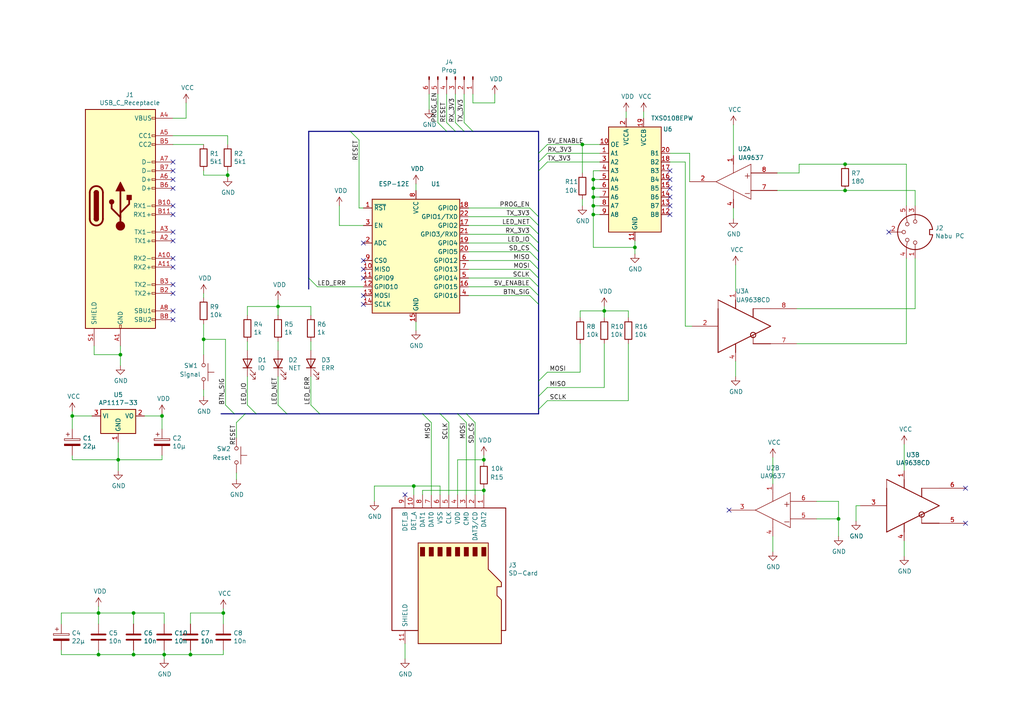
<source format=kicad_sch>
(kicad_sch (version 20230121) (generator eeschema)
  (paper "A4")
  (title_block (title "NABU Modem Drop In") (date "2023-05-05") (rev "1") (company "Atkelar"))
  (lib_symbols
    (symbol "Connector:DIN-5_180degree" (pin_names (offset 1.016))
      (property "Reference" "J" (at 3.175 5.715 0))
      (property "Value" "DIN-5_180degree" (at 0 -6.35 0))
      (symbol "DIN-5_180degree_1_1"
        (pin passive line (at -7.62 0 0) (length 2.54) (name "~") (number "1"))
        (pin passive line (at 0 7.62 270) (length 2.54) (name "~") (number "2"))
        (pin passive line (at 7.62 0 180) (length 2.54) (name "~") (number "3"))
        (pin passive line (at -7.62 2.54 0) (length 2.54) (name "~") (number "4"))
        (pin passive line (at 7.62 2.54 180) (length 2.54) (name "~") (number "5"))
      )
    )
    (symbol "Device:C" (pin_numbers hide) (pin_names (offset 0.254))
      (property "Reference" "C" (at 0.635 2.54 0))
      (property "Value" "C" (at 0.635 -2.54 0))
      (symbol "C_1_1"
        (pin passive line (at 0 3.81 270) (length 2.794) (name "~") (number "1"))
        (pin passive line (at 0 -3.81 90) (length 2.794) (name "~") (number "2"))
      )
    )
    (symbol "Device:LED" (pin_numbers hide) (pin_names (offset 1.016) hide)
      (property "Reference" "D" (at 0 2.54 0))
      (property "Value" "LED" (at 0 -2.54 0))
      (symbol "LED_1_1"
        (pin passive line (at -3.81 0 0) (length 2.54) (name "K") (number "1"))
        (pin passive line (at 3.81 0 180) (length 2.54) (name "A") (number "2"))
      )
    )
    (symbol "Device:R" (pin_numbers hide) (pin_names (offset 0))
      (property "Reference" "R" (at 2.032 0 90))
      (property "Value" "R" (at 0 0 90))
      (symbol "R_1_1"
        (pin passive line (at 0 3.81 270) (length 1.27) (name "~") (number "1"))
        (pin passive line (at 0 -3.81 90) (length 1.27) (name "~") (number "2"))
      )
    )
    (symbol "Interface_LineDriver:UA9637" (pin_names (offset 1.016) hide)
      (property "Reference" "U" (at -5.08 7.62 0))
      (property "Value" "UA9637" (at 5.08 5.08 0))
      (symbol "UA9637_0_1"
        (text "+" (at -4.064 1.8034 0) (effects (font (size 1.778 1.778))))
        (text "-" (at -4.064 -3.2766 0) (effects (font (size 1.778 1.778))))
      )
      (symbol "UA9637_1_1"
        (pin power_in line (at 0 7.62 270) (length 2.54) (name "VCC") (number "1"))
        (pin output line (at 12.7 0 180) (length 7.62) (name "OUT") (number "2"))
        (pin power_in line (at 0 -7.62 90) (length 2.54) (name "GND") (number "4"))
        (pin input line (at -12.7 -2.54 0) (length 7.62) (name "IN-") (number "7"))
        (pin input line (at -12.7 2.54 0) (length 7.62) (name "IN+") (number "8"))
      )
      (symbol "UA9637_2_1"
        (pin power_in line (at 0 7.62 270) (length 2.54) (name "VCC") (number "1"))
        (pin output line (at 12.7 0 180) (length 7.62) (name "OUT") (number "3"))
        (pin power_in line (at 0 -7.62 90) (length 2.54) (name "GND") (number "4"))
        (pin input line (at -12.7 -2.54 0) (length 7.62) (name "IN-") (number "5"))
        (pin input line (at -12.7 2.54 0) (length 7.62) (name "IN+") (number "6"))
      )
    )
    (symbol "Interface_LineDriver:UA9638CD" (pin_names (offset 1.016) hide)
      (property "Reference" "U" (at -7.62 10.16 0))
      (property "Value" "UA9638CD" (at 5.08 7.62 0))
      (symbol "UA9638CD_1_1"
        (pin power_in line (at -2.54 10.16 270) (length 2.54) (name "VCC") (number "1"))
        (pin input line (at -15.24 0 0) (length 7.62) (name "IN") (number "2"))
        (pin power_in line (at -2.54 -10.16 90) (length 2.54) (name "GND") (number "4"))
        (pin output line (at 15.24 -5.08 180) (length 7.62) (name "OUTA") (number "7"))
        (pin output line (at 15.24 5.08 180) (length 7.62) (name "OUTB") (number "8"))
      )
      (symbol "UA9638CD_2_1"
        (pin power_in line (at -2.54 10.16 270) (length 2.54) (name "VCC") (number "1"))
        (pin input line (at -15.24 0 0) (length 7.62) (name "IN") (number "3"))
        (pin power_in line (at -2.54 -10.16 90) (length 2.54) (name "GND") (number "4"))
        (pin output line (at 15.24 -5.08 180) (length 7.62) (name "OUTA") (number "5"))
        (pin output line (at 15.24 5.08 180) (length 7.62) (name "OUTB") (number "6"))
      )
    )
    (symbol "Logic_LevelTranslator:TXS0108EPW"
      (property "Reference" "U" (at -6.35 16.51 0))
      (property "Value" "TXS0108EPW" (at 3.81 16.51 0))
      (symbol "TXS0108EPW_1_1"
        (pin bidirectional line (at -10.16 7.62 0) (length 2.54) (name "A1") (number "1"))
        (pin input line (at -10.16 10.16 0) (length 2.54) (name "OE") (number "10"))
        (pin power_in line (at 0 -17.78 90) (length 2.54) (name "GND") (number "11"))
        (pin bidirectional line (at 10.16 -10.16 180) (length 2.54) (name "B8") (number "12"))
        (pin bidirectional line (at 10.16 -7.62 180) (length 2.54) (name "B7") (number "13"))
        (pin bidirectional line (at 10.16 -5.08 180) (length 2.54) (name "B6") (number "14"))
        (pin bidirectional line (at 10.16 -2.54 180) (length 2.54) (name "B5") (number "15"))
        (pin bidirectional line (at 10.16 0 180) (length 2.54) (name "B4") (number "16"))
        (pin bidirectional line (at 10.16 2.54 180) (length 2.54) (name "B3") (number "17"))
        (pin bidirectional line (at 10.16 5.08 180) (length 2.54) (name "B2") (number "18"))
        (pin power_in line (at 2.54 17.78 270) (length 2.54) (name "VCCB") (number "19"))
        (pin power_in line (at -2.54 17.78 270) (length 2.54) (name "VCCA") (number "2"))
        (pin bidirectional line (at 10.16 7.62 180) (length 2.54) (name "B1") (number "20"))
        (pin bidirectional line (at -10.16 5.08 0) (length 2.54) (name "A2") (number "3"))
        (pin bidirectional line (at -10.16 2.54 0) (length 2.54) (name "A3") (number "4"))
        (pin bidirectional line (at -10.16 0 0) (length 2.54) (name "A4") (number "5"))
        (pin bidirectional line (at -10.16 -2.54 0) (length 2.54) (name "A5") (number "6"))
        (pin bidirectional line (at -10.16 -5.08 0) (length 2.54) (name "A6") (number "7"))
        (pin bidirectional line (at -10.16 -7.62 0) (length 2.54) (name "A7") (number "8"))
        (pin bidirectional line (at -10.16 -10.16 0) (length 2.54) (name "A8") (number "9"))
      )
    )
    (symbol "Nabu_Modem-rescue:CP-Device" (pin_numbers hide) (pin_names (offset 0.254))
      (property "Reference" "C" (at 0.635 2.54 0))
      (property "Value" "Device_CP" (at 0.635 -2.54 0))
      (symbol "CP-Device_1_1"
        (pin passive line (at 0 3.81 270) (length 2.794) (name "~") (number "1"))
        (pin passive line (at 0 -3.81 90) (length 2.794) (name "~") (number "2"))
      )
    )
    (symbol "Nabu_Modem-rescue:Conn_01x06_Male-Connector" (pin_names (offset 1.016) hide)
      (property "Reference" "J" (at 0 7.62 0))
      (property "Value" "Connector_Conn_01x06_Male" (at 0 -10.16 0))
      (symbol "Conn_01x06_Male-Connector_1_1"
        (pin passive line (at 5.08 5.08 180) (length 3.81) (name "Pin_1") (number "1"))
        (pin passive line (at 5.08 2.54 180) (length 3.81) (name "Pin_2") (number "2"))
        (pin passive line (at 5.08 0 180) (length 3.81) (name "Pin_3") (number "3"))
        (pin passive line (at 5.08 -2.54 180) (length 3.81) (name "Pin_4") (number "4"))
        (pin passive line (at 5.08 -5.08 180) (length 3.81) (name "Pin_5") (number "5"))
        (pin passive line (at 5.08 -7.62 180) (length 3.81) (name "Pin_6") (number "6"))
      )
    )
    (symbol "Nabu_Modem-rescue:Micro_SD_Card_Det-Connector" (pin_names (offset 1.016))
      (property "Reference" "J" (at -16.51 17.78 0))
      (property "Value" "Connector_Micro_SD_Card_Det" (at 16.51 17.78 0))
      (symbol "Micro_SD_Card_Det-Connector_1_1"
        (pin bidirectional line (at -22.86 10.16 0) (length 3.81) (name "DAT2") (number "1"))
        (pin passive line (at -22.86 -10.16 0) (length 3.81) (name "DET_A") (number "10"))
        (pin passive line (at 20.32 -12.7 180) (length 3.81) (name "SHIELD") (number "11"))
        (pin bidirectional line (at -22.86 7.62 0) (length 3.81) (name "DAT3/CD") (number "2"))
        (pin input line (at -22.86 5.08 0) (length 3.81) (name "CMD") (number "3"))
        (pin power_in line (at -22.86 2.54 0) (length 3.81) (name "VDD") (number "4"))
        (pin input line (at -22.86 0 0) (length 3.81) (name "CLK") (number "5"))
        (pin power_in line (at -22.86 -2.54 0) (length 3.81) (name "VSS") (number "6"))
        (pin bidirectional line (at -22.86 -5.08 0) (length 3.81) (name "DAT0") (number "7"))
        (pin bidirectional line (at -22.86 -7.62 0) (length 3.81) (name "DAT1") (number "8"))
        (pin passive line (at -22.86 -12.7 0) (length 3.81) (name "DET_B") (number "9"))
      )
    )
    (symbol "Nabu_Modem-rescue:USB_C_Receptacle-Connector" (pin_names (offset 1.016))
      (property "Reference" "J" (at -10.16 29.21 0))
      (property "Value" "Connector_USB_C_Receptacle" (at 10.16 29.21 0))
      (symbol "USB_C_Receptacle-Connector_1_1"
        (pin power_in line (at 0 -40.64 90) (length 5.08) (name "GND") (number "A1"))
        (pin bidirectional line (at 15.24 -15.24 180) (length 5.08) (name "RX2-") (number "A10"))
        (pin bidirectional line (at 15.24 -17.78 180) (length 5.08) (name "RX2+") (number "A11"))
        (pin passive line (at 0 -40.64 90) (length 5.08) hide (name "GND") (number "A12"))
        (pin bidirectional line (at 15.24 -10.16 180) (length 5.08) (name "TX1+") (number "A2"))
        (pin bidirectional line (at 15.24 -7.62 180) (length 5.08) (name "TX1-") (number "A3"))
        (pin power_in line (at 15.24 25.4 180) (length 5.08) (name "VBUS") (number "A4"))
        (pin bidirectional line (at 15.24 20.32 180) (length 5.08) (name "CC1") (number "A5"))
        (pin bidirectional line (at 15.24 7.62 180) (length 5.08) (name "D+") (number "A6"))
        (pin bidirectional line (at 15.24 12.7 180) (length 5.08) (name "D-") (number "A7"))
        (pin bidirectional line (at 15.24 -30.48 180) (length 5.08) (name "SBU1") (number "A8"))
        (pin passive line (at 15.24 25.4 180) (length 5.08) hide (name "VBUS") (number "A9"))
        (pin passive line (at 0 -40.64 90) (length 5.08) hide (name "GND") (number "B1"))
        (pin bidirectional line (at 15.24 0 180) (length 5.08) (name "RX1-") (number "B10"))
        (pin bidirectional line (at 15.24 -2.54 180) (length 5.08) (name "RX1+") (number "B11"))
        (pin passive line (at 0 -40.64 90) (length 5.08) hide (name "GND") (number "B12"))
        (pin bidirectional line (at 15.24 -25.4 180) (length 5.08) (name "TX2+") (number "B2"))
        (pin bidirectional line (at 15.24 -22.86 180) (length 5.08) (name "TX2-") (number "B3"))
        (pin passive line (at 15.24 25.4 180) (length 5.08) hide (name "VBUS") (number "B4"))
        (pin bidirectional line (at 15.24 17.78 180) (length 5.08) (name "CC2") (number "B5"))
        (pin bidirectional line (at 15.24 5.08 180) (length 5.08) (name "D+") (number "B6"))
        (pin bidirectional line (at 15.24 10.16 180) (length 5.08) (name "D-") (number "B7"))
        (pin bidirectional line (at 15.24 -33.02 180) (length 5.08) (name "SBU2") (number "B8"))
        (pin passive line (at 15.24 25.4 180) (length 5.08) hide (name "VBUS") (number "B9"))
        (pin passive line (at -7.62 -40.64 90) (length 5.08) (name "SHIELD") (number "S1"))
      )
    )
    (symbol "RF_Module:ESP-12E"
      (property "Reference" "U" (at -12.7 19.05 0))
      (property "Value" "ESP-12E" (at 12.7 19.05 0))
      (symbol "ESP-12E_1_1"
        (pin input line (at -15.24 15.24 0) (length 2.54) (name "~{RST}") (number "1"))
        (pin bidirectional line (at -15.24 -2.54 0) (length 2.54) (name "MISO") (number "10"))
        (pin bidirectional line (at -15.24 -5.08 0) (length 2.54) (name "GPIO9") (number "11"))
        (pin bidirectional line (at -15.24 -7.62 0) (length 2.54) (name "GPIO10") (number "12"))
        (pin bidirectional line (at -15.24 -10.16 0) (length 2.54) (name "MOSI") (number "13"))
        (pin bidirectional line (at -15.24 -12.7 0) (length 2.54) (name "SCLK") (number "14"))
        (pin power_in line (at 0 -17.78 90) (length 2.54) (name "GND") (number "15"))
        (pin bidirectional line (at 15.24 -7.62 180) (length 2.54) (name "GPIO15") (number "16"))
        (pin bidirectional line (at 15.24 10.16 180) (length 2.54) (name "GPIO2") (number "17"))
        (pin bidirectional line (at 15.24 15.24 180) (length 2.54) (name "GPIO0") (number "18"))
        (pin bidirectional line (at 15.24 5.08 180) (length 2.54) (name "GPIO4") (number "19"))
        (pin input line (at -15.24 5.08 0) (length 2.54) (name "ADC") (number "2"))
        (pin bidirectional line (at 15.24 2.54 180) (length 2.54) (name "GPIO5") (number "20"))
        (pin bidirectional line (at 15.24 7.62 180) (length 2.54) (name "GPIO3/RXD") (number "21"))
        (pin bidirectional line (at 15.24 12.7 180) (length 2.54) (name "GPIO1/TXD") (number "22"))
        (pin input line (at -15.24 10.16 0) (length 2.54) (name "EN") (number "3"))
        (pin bidirectional line (at 15.24 -10.16 180) (length 2.54) (name "GPIO16") (number "4"))
        (pin bidirectional line (at 15.24 -5.08 180) (length 2.54) (name "GPIO14") (number "5"))
        (pin bidirectional line (at 15.24 0 180) (length 2.54) (name "GPIO12") (number "6"))
        (pin bidirectional line (at 15.24 -2.54 180) (length 2.54) (name "GPIO13") (number "7"))
        (pin power_in line (at 0 20.32 270) (length 2.54) (name "VCC") (number "8"))
        (pin input line (at -15.24 0 0) (length 2.54) (name "CS0") (number "9"))
      )
    )
    (symbol "Regulator_Linear:AP1117-33"
      (property "Reference" "U" (at -3.81 3.175 0))
      (property "Value" "AP1117-33" (at 0 3.175 0))
      (symbol "AP1117-33_1_1"
        (pin power_in line (at 0 -7.62 90) (length 2.54) (name "GND") (number "1"))
        (pin power_out line (at 7.62 0 180) (length 2.54) (name "VO") (number "2"))
        (pin power_in line (at -7.62 0 0) (length 2.54) (name "VI") (number "3"))
      )
    )
    (symbol "Switch:SW_Push" (pin_numbers hide) (pin_names (offset 1.016) hide)
      (property "Reference" "SW" (at 1.27 2.54 0))
      (property "Value" "SW_Push" (at 0 -1.524 0))
      (symbol "SW_Push_0_1"
        (pin passive line (at -5.08 0 0) (length 2.54) (name "1") (number "1"))
        (pin passive line (at 5.08 0 180) (length 2.54) (name "2") (number "2"))
      )
    )
    (symbol "power:GND" (power) (pin_names (offset 0))
      (property "Value" "GND" (at 0 -3.81 0))
      (symbol "GND_1_1"
        (pin power_in line (at 0 0 270) (length 0) hide (name "GND") (number "1"))
      )
    )
    (symbol "power:VCC" (power) (pin_names (offset 0))
      (property "Value" "VCC" (at 0 3.81 0))
      (symbol "VCC_1_1"
        (pin power_in line (at 0 0 90) (length 0) hide (name "VCC") (number "1"))
      )
    )
    (symbol "power:VDD" (power) (pin_names (offset 0))
      (property "Value" "VDD" (at 0 3.81 0))
      (symbol "VDD_1_1"
        (pin power_in line (at 0 0 90) (length 0) hide (name "VDD") (number "1"))
      )
    )
  )
  (junction (at 172.085 59.69))
  (junction (at 46.99 120.65))
  (junction (at 168.91 41.91))
  (junction (at 38.735 189.865))
  (junction (at 140.335 142.24))
  (junction (at 59.055 98.425))
  (junction (at 80.645 88.9))
  (junction (at 175.26 90.17))
  (junction (at 184.15 71.755))
  (junction (at 245.11 47.625))
  (junction (at 243.205 150.495))
  (junction (at 66.04 50.8))
  (junction (at 140.335 133.35))
  (junction (at 28.575 189.865))
  (junction (at 28.575 177.8))
  (junction (at 245.11 55.245))
  (junction (at 172.085 62.23))
  (junction (at 120.015 140.97))
  (junction (at 38.735 177.8))
  (junction (at 34.925 102.87))
  (junction (at 20.955 120.65))
  (junction (at 172.085 57.15))
  (junction (at 47.625 189.865))
  (junction (at 64.77 177.8))
  (junction (at 172.085 54.61))
  (junction (at 172.085 52.07))
  (junction (at 55.245 189.865))
  (junction (at 34.29 133.35))
  (no_connect (at 50.165 85.09))
  (no_connect (at 50.165 67.31))
  (no_connect (at 105.41 78.105))
  (no_connect (at 117.475 143.51))
  (no_connect (at 105.41 88.265))
  (no_connect (at 50.165 52.07))
  (no_connect (at 50.165 82.55))
  (no_connect (at 280.035 141.605))
  (no_connect (at 105.41 85.725))
  (no_connect (at 50.165 46.99))
  (no_connect (at 105.41 70.485))
  (no_connect (at 50.165 90.17))
  (no_connect (at 50.165 92.71))
  (no_connect (at 50.165 59.69))
  (no_connect (at 105.41 80.645))
  (no_connect (at 50.165 74.93))
  (no_connect (at 194.31 62.23))
  (no_connect (at 194.31 57.15))
  (no_connect (at 257.81 67.31))
  (no_connect (at 194.31 49.53))
  (no_connect (at 50.165 54.61))
  (no_connect (at 194.31 59.69))
  (no_connect (at 50.165 49.53))
  (no_connect (at 50.165 69.85))
  (no_connect (at 50.165 77.47))
  (no_connect (at 211.455 147.955))
  (no_connect (at 194.31 52.07))
  (no_connect (at 194.31 54.61))
  (no_connect (at 280.035 151.765))
  (no_connect (at 50.165 62.23))
  (no_connect (at 105.41 75.565))
  (bus_entry (at 127 35.56) (size 2.54 2.54))
  (bus_entry (at 80.645 117.475) (size 2.54 2.54))
  (bus_entry (at 89.535 80.645) (size 2.54 2.54))
  (bus_entry (at 68.58 122.555) (size 2.54 -2.54))
  (bus_entry (at 153.67 60.325) (size 2.54 2.54))
  (bus_entry (at 135.255 120.015) (size 2.54 2.54))
  (bus_entry (at 156.21 110.49) (size 2.54 -2.54))
  (bus_entry (at 129.54 35.56) (size 2.54 2.54))
  (bus_entry (at 156.21 49.53) (size 2.54 -2.54))
  (bus_entry (at 127.635 120.015) (size 2.54 2.54))
  (bus_entry (at 153.67 75.565) (size 2.54 2.54))
  (bus_entry (at 156.21 114.935) (size 2.54 -2.54))
  (bus_entry (at 122.555 120.015) (size 2.54 2.54))
  (bus_entry (at 132.08 35.56) (size 2.54 2.54))
  (bus_entry (at 156.21 44.45) (size 2.54 -2.54))
  (bus_entry (at 153.67 67.945) (size 2.54 2.54))
  (bus_entry (at 153.67 78.105) (size 2.54 2.54))
  (bus_entry (at 153.67 85.725) (size 2.54 2.54))
  (bus_entry (at 153.67 73.025) (size 2.54 2.54))
  (bus_entry (at 71.755 117.475) (size 2.54 2.54))
  (bus_entry (at 134.62 35.56) (size 2.54 2.54))
  (bus_entry (at 156.21 118.745) (size 2.54 -2.54))
  (bus_entry (at 156.21 46.99) (size 2.54 -2.54))
  (bus_entry (at 153.67 70.485) (size 2.54 2.54))
  (bus_entry (at 153.67 62.865) (size 2.54 2.54))
  (bus_entry (at 153.67 80.645) (size 2.54 2.54))
  (bus_entry (at 90.17 117.475) (size 2.54 2.54))
  (bus_entry (at 65.405 117.475) (size 2.54 2.54))
  (bus_entry (at 101.6 38.1) (size 2.54 2.54))
  (bus_entry (at 153.67 65.405) (size 2.54 2.54))
  (bus_entry (at 132.715 120.015) (size 2.54 2.54))
  (bus_entry (at 153.67 83.185) (size 2.54 2.54))
  (wire (pts (xy 59.055 86.36) (xy 59.055 85.09)))
  (wire (pts (xy 132.08 27.305) (xy 132.08 35.56)))
  (wire (pts (xy 28.575 175.895) (xy 28.575 177.8)))
  (wire (pts (xy 175.26 90.17) (xy 182.245 90.17)))
  (bus (pts (xy 156.21 88.265) (xy 156.21 110.49)))
  (wire (pts (xy 265.43 55.245) (xy 265.43 59.69)))
  (bus (pts (xy 134.62 38.1) (xy 137.16 38.1)))
  (bus (pts (xy 67.945 120.015) (xy 71.12 120.015)))
  (wire (pts (xy 243.205 150.495) (xy 243.205 145.415)))
  (wire (pts (xy 59.055 98.425) (xy 59.055 102.87)))
  (wire (pts (xy 55.245 180.975) (xy 55.245 177.8)))
  (bus (pts (xy 156.21 65.405) (xy 156.21 67.945)))
  (wire (pts (xy 66.04 51.435) (xy 66.04 50.8)))
  (bus (pts (xy 83.185 120.015) (xy 92.71 120.015)))
  (wire (pts (xy 127 27.305) (xy 127 35.56)))
  (wire (pts (xy 175.26 90.17) (xy 175.26 88.9)))
  (bus (pts (xy 101.6 38.1) (xy 129.54 38.1)))
  (wire (pts (xy 34.29 133.35) (xy 20.955 133.35)))
  (wire (pts (xy 80.645 99.06) (xy 80.645 101.6)))
  (wire (pts (xy 46.99 132.08) (xy 46.99 133.35)))
  (bus (pts (xy 71.12 120.015) (xy 74.295 120.015)))
  (wire (pts (xy 134.62 35.56) (xy 134.62 27.305)))
  (bus (pts (xy 156.21 78.105) (xy 156.21 80.645)))
  (wire (pts (xy 213.36 104.775) (xy 213.36 109.22)))
  (wire (pts (xy 135.89 75.565) (xy 153.67 75.565)))
  (wire (pts (xy 236.855 150.495) (xy 243.205 150.495)))
  (wire (pts (xy 47.625 180.975) (xy 47.625 177.8)))
  (bus (pts (xy 156.21 75.565) (xy 156.21 78.105)))
  (wire (pts (xy 172.085 52.07) (xy 172.085 54.61)))
  (wire (pts (xy 181.61 32.385) (xy 181.61 34.29)))
  (wire (pts (xy 53.975 29.845) (xy 53.975 34.29)))
  (bus (pts (xy 127.635 120.015) (xy 132.715 120.015)))
  (wire (pts (xy 27.305 100.33) (xy 27.305 102.87)))
  (wire (pts (xy 80.645 88.9) (xy 80.645 91.44)))
  (wire (pts (xy 173.99 57.15) (xy 172.085 57.15)))
  (wire (pts (xy 135.89 73.025) (xy 153.67 73.025)))
  (wire (pts (xy 124.46 27.305) (xy 124.46 31.75)))
  (wire (pts (xy 68.58 122.555) (xy 68.58 127)))
  (wire (pts (xy 120.015 140.97) (xy 108.585 140.97)))
  (wire (pts (xy 55.245 189.865) (xy 64.77 189.865)))
  (wire (pts (xy 98.425 59.69) (xy 98.425 65.405)))
  (wire (pts (xy 64.77 176.53) (xy 64.77 177.8)))
  (wire (pts (xy 59.055 49.53) (xy 59.055 50.8)))
  (bus (pts (xy 156.21 62.865) (xy 156.21 65.405)))
  (wire (pts (xy 129.54 27.305) (xy 129.54 35.56)))
  (wire (pts (xy 28.575 189.865) (xy 38.735 189.865)))
  (wire (pts (xy 66.04 39.37) (xy 66.04 41.91)))
  (wire (pts (xy 243.205 145.415) (xy 236.855 145.415)))
  (wire (pts (xy 224.155 132.715) (xy 224.155 140.335)))
  (wire (pts (xy 108.585 140.97) (xy 108.585 145.415)))
  (wire (pts (xy 17.78 189.865) (xy 28.575 189.865)))
  (wire (pts (xy 168.91 57.785) (xy 168.91 59.69)))
  (wire (pts (xy 90.17 99.06) (xy 90.17 101.6)))
  (wire (pts (xy 46.99 133.35) (xy 34.29 133.35)))
  (wire (pts (xy 47.625 191.135) (xy 47.625 189.865)))
  (bus (pts (xy 129.54 38.1) (xy 132.08 38.1)))
  (wire (pts (xy 71.755 109.22) (xy 71.755 117.475)))
  (wire (pts (xy 248.285 146.685) (xy 249.555 146.685)))
  (bus (pts (xy 156.21 49.53) (xy 156.21 62.865)))
  (wire (pts (xy 125.095 122.555) (xy 125.095 143.51)))
  (wire (pts (xy 27.305 102.87) (xy 34.925 102.87)))
  (bus (pts (xy 89.535 38.1) (xy 101.6 38.1)))
  (wire (pts (xy 245.11 55.245) (xy 225.425 55.245)))
  (bus (pts (xy 156.21 110.49) (xy 156.21 114.935)))
  (wire (pts (xy 80.645 88.9) (xy 71.755 88.9)))
  (wire (pts (xy 127.635 140.97) (xy 127.635 143.51)))
  (wire (pts (xy 175.26 90.17) (xy 175.26 92.075)))
  (wire (pts (xy 158.75 107.95) (xy 168.275 107.95)))
  (wire (pts (xy 198.755 94.615) (xy 198.755 46.99)))
  (wire (pts (xy 104.14 40.64) (xy 104.14 60.325)))
  (wire (pts (xy 90.17 88.9) (xy 80.645 88.9)))
  (wire (pts (xy 245.11 47.625) (xy 262.89 47.625)))
  (wire (pts (xy 105.41 83.185) (xy 92.075 83.185)))
  (wire (pts (xy 59.055 93.98) (xy 59.055 98.425)))
  (wire (pts (xy 172.085 62.23) (xy 172.085 71.755)))
  (wire (pts (xy 231.14 89.535) (xy 265.43 89.535)))
  (wire (pts (xy 20.955 119.38) (xy 20.955 120.65)))
  (wire (pts (xy 80.645 86.995) (xy 80.645 88.9)))
  (wire (pts (xy 64.77 188.595) (xy 64.77 189.865)))
  (wire (pts (xy 212.725 60.325) (xy 212.725 63.5)))
  (bus (pts (xy 74.295 120.015) (xy 83.185 120.015)))
  (bus (pts (xy 89.535 38.1) (xy 89.535 80.645)))
  (wire (pts (xy 158.75 44.45) (xy 173.99 44.45)))
  (bus (pts (xy 92.71 120.015) (xy 122.555 120.015)))
  (wire (pts (xy 172.085 49.53) (xy 172.085 52.07)))
  (wire (pts (xy 17.78 188.595) (xy 17.78 189.865)))
  (wire (pts (xy 172.085 71.755) (xy 184.15 71.755)))
  (wire (pts (xy 38.735 177.8) (xy 38.735 180.975)))
  (wire (pts (xy 28.575 188.595) (xy 28.575 189.865)))
  (wire (pts (xy 71.755 99.06) (xy 71.755 101.6)))
  (wire (pts (xy 135.89 62.865) (xy 153.67 62.865)))
  (wire (pts (xy 262.255 128.905) (xy 262.255 136.525)))
  (wire (pts (xy 231.775 47.625) (xy 245.11 47.625)))
  (wire (pts (xy 120.015 143.51) (xy 120.015 140.97)))
  (wire (pts (xy 38.735 189.865) (xy 47.625 189.865)))
  (wire (pts (xy 90.17 91.44) (xy 90.17 88.9)))
  (wire (pts (xy 265.43 89.535) (xy 265.43 74.93)))
  (wire (pts (xy 168.91 41.91) (xy 173.99 41.91)))
  (wire (pts (xy 38.735 188.595) (xy 38.735 189.865)))
  (wire (pts (xy 213.36 76.835) (xy 213.36 84.455)))
  (wire (pts (xy 28.575 177.8) (xy 38.735 177.8)))
  (wire (pts (xy 143.51 29.845) (xy 143.51 27.305)))
  (wire (pts (xy 135.89 65.405) (xy 153.67 65.405)))
  (wire (pts (xy 225.425 50.165) (xy 231.775 50.165)))
  (wire (pts (xy 46.99 120.015) (xy 46.99 120.65)))
  (wire (pts (xy 194.31 44.45) (xy 200.025 44.45)))
  (bus (pts (xy 64.135 120.015) (xy 67.945 120.015)))
  (wire (pts (xy 55.245 177.8) (xy 64.77 177.8)))
  (bus (pts (xy 156.21 73.025) (xy 156.21 75.565)))
  (wire (pts (xy 184.15 71.755) (xy 184.15 69.85)))
  (wire (pts (xy 137.16 29.845) (xy 143.51 29.845)))
  (wire (pts (xy 231.775 50.165) (xy 231.775 47.625)))
  (wire (pts (xy 153.67 60.325) (xy 135.89 60.325)))
  (wire (pts (xy 137.16 27.305) (xy 137.16 29.845)))
  (bus (pts (xy 156.21 67.945) (xy 156.21 70.485)))
  (bus (pts (xy 156.21 46.99) (xy 156.21 49.53)))
  (bus (pts (xy 156.21 44.45) (xy 156.21 46.99)))
  (wire (pts (xy 90.17 109.22) (xy 90.17 117.475)))
  (bus (pts (xy 156.21 70.485) (xy 156.21 73.025)))
  (wire (pts (xy 34.925 100.33) (xy 34.925 102.87)))
  (wire (pts (xy 66.04 50.8) (xy 66.04 49.53)))
  (wire (pts (xy 175.26 99.695) (xy 175.26 112.395)))
  (wire (pts (xy 168.275 99.695) (xy 168.275 107.95)))
  (wire (pts (xy 17.78 177.8) (xy 28.575 177.8)))
  (bus (pts (xy 156.21 38.1) (xy 156.21 44.45)))
  (bus (pts (xy 132.08 38.1) (xy 134.62 38.1)))
  (wire (pts (xy 172.085 57.15) (xy 172.085 59.69)))
  (wire (pts (xy 46.99 124.46) (xy 46.99 120.65)))
  (wire (pts (xy 65.405 98.425) (xy 59.055 98.425)))
  (wire (pts (xy 46.99 120.65) (xy 41.91 120.65)))
  (wire (pts (xy 59.055 114.935) (xy 59.055 113.03)))
  (wire (pts (xy 184.15 71.755) (xy 184.15 73.66)))
  (wire (pts (xy 140.335 141.605) (xy 140.335 142.24)))
  (bus (pts (xy 156.21 118.745) (xy 156.21 120.015)))
  (wire (pts (xy 224.155 155.575) (xy 224.155 160.02)))
  (wire (pts (xy 50.165 39.37) (xy 66.04 39.37)))
  (wire (pts (xy 137.795 143.51) (xy 137.795 122.555)))
  (wire (pts (xy 55.245 188.595) (xy 55.245 189.865)))
  (wire (pts (xy 135.89 70.485) (xy 153.67 70.485)))
  (wire (pts (xy 140.335 143.51) (xy 140.335 142.24)))
  (wire (pts (xy 132.715 133.35) (xy 132.715 143.51)))
  (wire (pts (xy 153.67 80.645) (xy 135.89 80.645)))
  (wire (pts (xy 168.275 90.17) (xy 175.26 90.17)))
  (wire (pts (xy 248.285 151.13) (xy 248.285 146.685)))
  (wire (pts (xy 200.025 44.45) (xy 200.025 52.705)))
  (wire (pts (xy 245.11 55.245) (xy 265.43 55.245)))
  (wire (pts (xy 262.89 74.93) (xy 262.89 99.695)))
  (bus (pts (xy 156.21 83.185) (xy 156.21 85.725)))
  (wire (pts (xy 186.69 32.385) (xy 186.69 34.29)))
  (wire (pts (xy 173.99 54.61) (xy 172.085 54.61)))
  (wire (pts (xy 243.205 155.575) (xy 243.205 150.495)))
  (wire (pts (xy 68.58 139.065) (xy 68.58 137.16)))
  (wire (pts (xy 20.955 124.46) (xy 20.955 120.65)))
  (wire (pts (xy 198.755 94.615) (xy 200.66 94.615)))
  (wire (pts (xy 172.085 59.69) (xy 172.085 62.23)))
  (bus (pts (xy 135.255 120.015) (xy 156.21 120.015)))
  (wire (pts (xy 140.335 132.08) (xy 140.335 133.35)))
  (wire (pts (xy 168.275 90.17) (xy 168.275 92.075)))
  (wire (pts (xy 47.625 189.865) (xy 55.245 189.865)))
  (wire (pts (xy 262.255 156.845) (xy 262.255 161.29)))
  (wire (pts (xy 120.65 93.345) (xy 120.65 95.885)))
  (wire (pts (xy 168.91 50.165) (xy 168.91 41.91)))
  (wire (pts (xy 47.625 188.595) (xy 47.625 189.865)))
  (wire (pts (xy 59.055 41.91) (xy 50.165 41.91)))
  (wire (pts (xy 173.99 62.23) (xy 172.085 62.23)))
  (wire (pts (xy 135.255 143.51) (xy 135.255 122.555)))
  (wire (pts (xy 172.085 54.61) (xy 172.085 57.15)))
  (wire (pts (xy 120.65 55.245) (xy 120.65 53.34)))
  (wire (pts (xy 65.405 98.425) (xy 65.405 117.475)))
  (wire (pts (xy 117.475 191.135) (xy 117.475 186.69)))
  (wire (pts (xy 262.89 99.695) (xy 231.14 99.695)))
  (bus (pts (xy 89.535 80.645) (xy 89.535 83.82)))
  (wire (pts (xy 80.645 109.22) (xy 80.645 117.475)))
  (bus (pts (xy 156.21 80.645) (xy 156.21 83.185)))
  (wire (pts (xy 98.425 65.405) (xy 105.41 65.405)))
  (wire (pts (xy 182.245 99.695) (xy 182.245 116.205)))
  (bus (pts (xy 137.16 38.1) (xy 156.21 38.1)))
  (wire (pts (xy 122.555 142.24) (xy 140.335 142.24)))
  (bus (pts (xy 132.715 120.015) (xy 135.255 120.015)))
  (wire (pts (xy 122.555 143.51) (xy 122.555 142.24)))
  (wire (pts (xy 140.335 133.35) (xy 132.715 133.35)))
  (wire (pts (xy 173.99 59.69) (xy 172.085 59.69)))
  (wire (pts (xy 20.955 120.65) (xy 26.67 120.65)))
  (wire (pts (xy 158.75 46.99) (xy 173.99 46.99)))
  (wire (pts (xy 135.89 67.945) (xy 153.67 67.945)))
  (wire (pts (xy 47.625 177.8) (xy 38.735 177.8)))
  (bus (pts (xy 156.21 114.935) (xy 156.21 118.745)))
  (wire (pts (xy 53.975 34.29) (xy 50.165 34.29)))
  (wire (pts (xy 34.925 102.87) (xy 34.925 106.045)))
  (wire (pts (xy 17.78 180.975) (xy 17.78 177.8)))
  (wire (pts (xy 198.755 46.99) (xy 194.31 46.99)))
  (wire (pts (xy 28.575 177.8) (xy 28.575 180.975)))
  (wire (pts (xy 158.75 116.205) (xy 182.245 116.205)))
  (wire (pts (xy 20.955 133.35) (xy 20.955 132.08)))
  (wire (pts (xy 59.055 50.8) (xy 66.04 50.8)))
  (wire (pts (xy 158.75 112.395) (xy 175.26 112.395)))
  (wire (pts (xy 64.77 177.8) (xy 64.77 180.975)))
  (wire (pts (xy 120.015 140.97) (xy 127.635 140.97)))
  (wire (pts (xy 182.245 90.17) (xy 182.245 92.075)))
  (wire (pts (xy 262.89 59.69) (xy 262.89 47.625)))
  (wire (pts (xy 135.89 85.725) (xy 153.67 85.725)))
  (wire (pts (xy 140.335 133.35) (xy 140.335 133.985)))
  (wire (pts (xy 34.29 128.27) (xy 34.29 133.35)))
  (wire (pts (xy 135.89 83.185) (xy 153.67 83.185)))
  (wire (pts (xy 71.755 88.9) (xy 71.755 91.44)))
  (wire (pts (xy 34.29 136.525) (xy 34.29 133.35)))
  (wire (pts (xy 173.99 49.53) (xy 172.085 49.53)))
  (bus (pts (xy 122.555 120.015) (xy 127.635 120.015)))
  (wire (pts (xy 173.99 52.07) (xy 172.085 52.07)))
  (wire (pts (xy 135.89 78.105) (xy 153.67 78.105)))
  (bus (pts (xy 156.21 85.725) (xy 156.21 88.265)))
  (wire (pts (xy 130.175 143.51) (xy 130.175 122.555)))
  (wire (pts (xy 104.14 60.325) (xy 105.41 60.325)))
  (wire (pts (xy 158.75 41.91) (xy 168.91 41.91)))
  (wire (pts (xy 212.725 45.085) (xy 212.725 36.195)))
  (label "MOSI" (at 159.385 107.95 0))
  (label "SD_CS" (at 153.67 73.025 180))
  (label "LED_IO" (at 153.67 70.485 180))
  (label "LED_IO" (at 71.755 117.475 90))
  (label "SCLK" (at 159.385 116.205 0))
  (label "PROG_EN" (at 127 35.56 90))
  (label "MISO" (at 125.095 122.555 270))
  (label "5V_ENABLE" (at 158.75 41.91 0))
  (label "TX_3V3" (at 153.67 62.865 180))
  (label "TX_3V3" (at 158.75 46.99 0))
  (label "MOSI" (at 135.255 122.555 270))
  (label "RX_3V3" (at 153.67 67.945 180))
  (label "SCLK" (at 153.67 80.645 180))
  (label "RESET" (at 68.58 123.19 270))
  (label "LED_ERR" (at 90.17 117.475 90))
  (label "TX_3V3" (at 134.62 35.56 90))
  (label "MISO" (at 159.385 112.395 0))
  (label "RX_3V3" (at 158.75 44.45 0))
  (label "MOSI" (at 153.67 78.105 180))
  (label "LED_NET" (at 80.645 117.475 90))
  (label "PROG_EN" (at 153.67 60.325 180))
  (label "5V_ENABLE" (at 153.67 83.185 180))
  (label "SD_CS" (at 137.795 122.555 270))
  (label "LED_NET" (at 153.67 65.405 180))
  (label "LED_ERR" (at 92.075 83.185 0))
  (label "BTN_SIG" (at 65.405 117.475 90))
  (label "RESET" (at 104.14 40.64 270))
  (label "BTN_SIG" (at 153.67 85.725 180))
  (label "MISO" (at 153.67 75.565 180))
  (label "RESET" (at 129.54 35.56 90))
  (label "RX_3V3" (at 132.08 35.56 90))
  (label "SCLK" (at 130.175 122.555 270))
  (symbol (lib_id "Interface_LineDriver:UA9637") (at 212.725 52.705 0) (mirror y) (unit 1)
    (property "Reference" "U2" (at 215.9 43.18 0))
    (property "Value" "UA9637" (at 217.805 45.72 0))
    (property "Footprint" "Package_DIP:DIP-8_W7.62mm" (effects hide))
    (property "Datasheet" "http://pdf.datasheetcatalog.com/datasheets2/28/284473_1.pdf" (effects hide))
  )
  (symbol (lib_id "Interface_LineDriver:UA9638CD") (at 215.9 94.615 0) (unit 1)
    (property "Reference" "U3" (at 215.265 84.455 0))
    (property "Value" "UA9638CD" (at 218.44 86.995 0))
    (property "Footprint" "Package_DIP:DIP-8_W7.62mm" (effects hide))
    (property "Datasheet" "http://www.ti.com/lit/ds/symlink/ua9638.pdf" (effects hide))
  )
  (symbol (lib_id "Regulator_Linear:AP1117-33") (at 34.29 120.65 0) (unit 1)
    (property "Reference" "U5" (at 34.29 114.5032 0))
    (property "Value" "AP1117-33" (at 34.29 116.8146 0))
    (property "Footprint" "Package_TO_SOT_SMD:SOT-223-3_TabPin2" (effects hide))
    (property "Datasheet" "http://www.diodes.com/datasheets/AP1117.pdf" (effects hide))
  )
  (symbol (lib_id "Nabu_Modem-rescue:USB_C_Receptacle-Connector") (at 34.925 59.69 0) (unit 1)
    (property "Reference" "J1" (at 37.6428 27.5082 0))
    (property "Value" "USB_C_Receptacle" (at 37.6428 29.8196 0))
    (property "Footprint" "Atkelar_Custom:USB_C_Receptacle_Amphenol_12401548E4-2A-X" (effects hide))
    (property "Datasheet" "https://www.usb.org/sites/default/files/documents/usb_type-c.zip" (effects hide))
  )
  (symbol (lib_id "power:GND") (at 34.925 106.045 0) (unit 1)
    (property "Reference" "#PWR0101" (effects hide))
    (property "Value" "GND" (at 35.052 110.4392 0))
  )
  (symbol (lib_id "power:VCC") (at 53.975 29.845 0) (unit 1)
    (property "Reference" "#PWR0102" (effects hide))
    (property "Value" "VCC" (at 54.4068 25.4508 0))
  )
  (symbol (lib_id "power:VDD") (at 46.99 120.015 0) (unit 1)
    (property "Reference" "#PWR0103" (effects hide))
    (property "Value" "VDD" (at 47.4218 115.6208 0))
  )
  (symbol (lib_id "power:VCC") (at 20.955 119.38 0) (unit 1)
    (property "Reference" "#PWR0104" (effects hide))
    (property "Value" "VCC" (at 21.3868 114.9858 0))
  )
  (symbol (lib_id "power:GND") (at 34.29 136.525 0) (unit 1)
    (property "Reference" "#PWR0105" (effects hide))
    (property "Value" "GND" (at 34.417 140.9192 0))
  )
  (symbol (lib_id "Nabu_Modem-rescue:CP-Device") (at 46.99 128.27 0) (unit 1)
    (property "Reference" "C2" (at 49.9872 127.1016 0) (effects (justify left)))
    (property "Value" "10µ" (at 49.9872 129.413 0) (effects (justify left)))
    (property "Footprint" "Capacitor_SMD:C_2512_6332Metric_Pad1.52x3.35mm_HandSolder" (effects hide))
  )
  (symbol (lib_id "Nabu_Modem-rescue:CP-Device") (at 20.955 128.27 0) (unit 1)
    (property "Reference" "C1" (at 23.9522 127.1016 0) (effects (justify left)))
    (property "Value" "22µ" (at 23.9522 129.413 0) (effects (justify left)))
    (property "Footprint" "Capacitor_SMD:C_2512_6332Metric_Pad1.52x3.35mm_HandSolder" (effects hide))
  )
  (symbol (lib_id "Device:R") (at 59.055 45.72 0) (unit 1)
    (property "Reference" "R1" (at 60.833 44.5516 0) (effects (justify left)))
    (property "Value" "5k1" (at 60.833 46.863 0) (effects (justify left)))
    (property "Footprint" "Resistor_SMD:R_0603_1608Metric" (effects hide))
  )
  (symbol (lib_id "Device:R") (at 66.04 45.72 0) (unit 1)
    (property "Reference" "R2" (at 67.818 44.5516 0) (effects (justify left)))
    (property "Value" "5k1" (at 67.818 46.863 0) (effects (justify left)))
    (property "Footprint" "Resistor_SMD:R_0603_1608Metric" (effects hide))
  )
  (symbol (lib_id "power:GND") (at 66.04 51.435 0) (unit 1)
    (property "Reference" "#PWR0106" (effects hide))
    (property "Value" "GND" (at 66.167 55.8292 0))
  )
  (symbol (lib_id "power:VDD") (at 120.65 53.34 0) (unit 1)
    (property "Reference" "#PWR0107" (effects hide))
    (property "Value" "VDD" (at 121.0818 48.9458 0))
  )
  (symbol (lib_id "power:GND") (at 120.65 95.885 0) (unit 1)
    (property "Reference" "#PWR0108" (effects hide))
    (property "Value" "GND" (at 120.777 100.2792 0))
  )
  (symbol (lib_id "RF_Module:ESP-12E") (at 120.65 75.565 0) (unit 1)
    (property "Reference" "U1" (at 126.365 53.34 0))
    (property "Value" "ESP-12E" (at 114.3 53.34 0))
    (property "Footprint" "RF_Module:ESP-12E" (effects hide))
    (property "Datasheet" "http://wiki.ai-thinker.com/_media/esp8266/esp8266_series_modules_user_manual_v1.1.pdf" (effects hide))
  )
  (symbol (lib_id "Connector:DIN-5_180degree") (at 265.43 67.31 90) (unit 1)
    (property "Reference" "J2" (at 271.272 66.1416 90) (effects (justify right)))
    (property "Value" "Nabu PC" (at 271.272 68.453 90) (effects (justify right)))
    (property "Footprint" "Atkelar_Custom:MIDI_DIN5-B" (effects hide))
    (property "Datasheet" "http://www.mouser.com/ds/2/18/40_c091_abd_e-75918.pdf" (effects hide))
  )
  (symbol (lib_id "Device:R") (at 245.11 51.435 0) (unit 1)
    (property "Reference" "R7" (at 246.888 50.2666 0) (effects (justify left)))
    (property "Value" "180" (at 246.888 52.578 0) (effects (justify left)))
    (property "Footprint" "Resistor_SMD:R_0603_1608Metric" (effects hide))
  )
  (symbol (lib_id "power:VCC") (at 212.725 36.195 0) (unit 1)
    (property "Reference" "#PWR0109" (effects hide))
    (property "Value" "VCC" (at 213.1568 31.8008 0))
  )
  (symbol (lib_id "power:VCC") (at 213.36 76.835 0) (unit 1)
    (property "Reference" "#PWR0110" (effects hide))
    (property "Value" "VCC" (at 213.7918 72.4408 0))
  )
  (symbol (lib_id "power:GND") (at 213.36 109.22 0) (unit 1)
    (property "Reference" "#PWR0111" (effects hide))
    (property "Value" "GND" (at 213.487 113.6142 0))
  )
  (symbol (lib_id "power:GND") (at 212.725 63.5 0) (unit 1)
    (property "Reference" "#PWR0112" (effects hide))
    (property "Value" "GND" (at 212.852 67.8942 0))
  )
  (symbol (lib_id "Interface_LineDriver:UA9637") (at 224.155 147.955 0) (mirror y) (unit 2)
    (property "Reference" "U2" (at 224.155 135.7376 0))
    (property "Value" "UA9637" (at 224.155 138.049 0))
    (property "Footprint" "Package_DIP:DIP-8_W7.62mm" (effects hide))
    (property "Datasheet" "http://pdf.datasheetcatalog.com/datasheets2/28/284473_1.pdf" (effects hide))
  )
  (symbol (lib_id "Interface_LineDriver:UA9638CD") (at 264.795 146.685 0) (unit 2)
    (property "Reference" "U3" (at 264.795 131.9276 0))
    (property "Value" "UA9638CD" (at 264.795 134.239 0))
    (property "Footprint" "Package_DIP:DIP-8_W7.62mm" (effects hide))
    (property "Datasheet" "http://www.ti.com/lit/ds/symlink/ua9638.pdf" (effects hide))
  )
  (symbol (lib_id "power:GND") (at 248.285 151.13 0) (unit 1)
    (property "Reference" "#PWR0113" (effects hide))
    (property "Value" "GND" (at 248.412 155.5242 0))
  )
  (symbol (lib_id "power:GND") (at 243.205 155.575 0) (unit 1)
    (property "Reference" "#PWR0114" (effects hide))
    (property "Value" "GND" (at 243.332 159.9692 0))
  )
  (symbol (lib_id "Device:LED") (at 71.755 105.41 90) (unit 1)
    (property "Reference" "D1" (at 74.7268 104.4194 90) (effects (justify right)))
    (property "Value" "IO" (at 74.7268 106.7308 90) (effects (justify right)))
    (property "Footprint" "LED_SMD:LED_0603_1608Metric" (effects hide))
  )
  (symbol (lib_id "Device:LED") (at 80.645 105.41 90) (unit 1)
    (property "Reference" "D2" (at 83.6168 104.4194 90) (effects (justify right)))
    (property "Value" "NET" (at 83.6168 106.7308 90) (effects (justify right)))
    (property "Footprint" "LED_SMD:LED_0603_1608Metric" (effects hide))
  )
  (symbol (lib_id "Device:LED") (at 90.17 105.41 90) (unit 1)
    (property "Reference" "D3" (at 93.1672 104.4194 90) (effects (justify right)))
    (property "Value" "ERR" (at 93.1672 106.7308 90) (effects (justify right)))
    (property "Footprint" "LED_SMD:LED_0603_1608Metric" (effects hide))
  )
  (symbol (lib_id "Device:R") (at 71.755 95.25 0) (unit 1)
    (property "Reference" "R4" (at 73.533 94.0816 0) (effects (justify left)))
    (property "Value" "1k" (at 73.533 96.393 0) (effects (justify left)))
    (property "Footprint" "Resistor_SMD:R_0603_1608Metric" (effects hide))
  )
  (symbol (lib_id "Device:R") (at 80.645 95.25 0) (unit 1)
    (property "Reference" "R5" (at 82.423 94.0816 0) (effects (justify left)))
    (property "Value" "1k" (at 82.423 96.393 0) (effects (justify left)))
    (property "Footprint" "Resistor_SMD:R_0603_1608Metric" (effects hide))
  )
  (symbol (lib_id "Device:R") (at 90.17 95.25 0) (unit 1)
    (property "Reference" "R6" (at 91.948 94.0816 0) (effects (justify left)))
    (property "Value" "1k" (at 91.948 96.393 0) (effects (justify left)))
    (property "Footprint" "Resistor_SMD:R_0603_1608Metric" (effects hide))
  )
  (symbol (lib_id "Device:R") (at 168.275 95.885 0) (unit 1)
    (property "Reference" "R8" (at 170.053 94.7166 0) (effects (justify left)))
    (property "Value" "10k" (at 170.053 97.028 0) (effects (justify left)))
    (property "Footprint" "Resistor_SMD:R_0603_1608Metric" (effects hide))
  )
  (symbol (lib_id "power:VDD") (at 175.26 88.9 0) (unit 1)
    (property "Reference" "#PWR0132" (effects hide))
    (property "Value" "VDD" (at 175.6918 84.5058 0))
  )
  (symbol (lib_id "Logic_LevelTranslator:TXS0108EPW") (at 184.15 52.07 0) (unit 1)
    (property "Reference" "U6" (at 193.675 37.465 0))
    (property "Value" "TXS0108EPW" (at 194.945 34.29 0))
    (property "Footprint" "Package_SO:TSSOP-20_4.4x6.5mm_P0.65mm" (effects hide))
    (property "Datasheet" "www.ti.com/lit/ds/symlink/txs0108e.pdf" (effects hide))
  )
  (symbol (lib_id "power:VCC") (at 186.69 32.385 0) (unit 1)
    (property "Reference" "#PWR0120" (effects hide))
    (property "Value" "VCC" (at 187.1218 27.9908 0))
  )
  (symbol (lib_id "power:VDD") (at 181.61 32.385 0) (unit 1)
    (property "Reference" "#PWR0121" (effects hide))
    (property "Value" "VDD" (at 182.0418 27.9908 0))
  )
  (symbol (lib_id "power:GND") (at 184.15 73.66 0) (unit 1)
    (property "Reference" "#PWR0122" (effects hide))
    (property "Value" "GND" (at 184.277 78.0542 0))
  )
  (symbol (lib_id "Device:R") (at 168.91 53.975 0) (unit 1)
    (property "Reference" "R11" (at 163.83 52.705 0) (effects (justify left)))
    (property "Value" "10k" (at 163.83 55.245 0) (effects (justify left)))
    (property "Footprint" "Resistor_SMD:R_0603_1608Metric" (effects hide))
  )
  (symbol (lib_id "Device:R") (at 175.26 95.885 0) (unit 1)
    (property "Reference" "R10" (at 177.038 94.7166 0) (effects (justify left)))
    (property "Value" "10k" (at 177.038 97.028 0) (effects (justify left)))
    (property "Footprint" "Resistor_SMD:R_0603_1608Metric" (effects hide))
  )
  (symbol (lib_id "Switch:SW_Push") (at 59.055 107.95 270) (unit 1)
    (property "Reference" "SW1" (at 53.34 106.045 90) (effects (justify left)))
    (property "Value" "Signal" (at 52.07 108.585 90) (effects (justify left)))
    (property "Footprint" "Button_Switch_THT:SW_PUSH_6mm_H4.3mm" (effects hide))
    (property "Datasheet" "http://www.apem.com/int/index.php?controller=attachment&id_attachment=488" (effects hide))
  )
  (symbol (lib_id "Nabu_Modem-rescue:Micro_SD_Card_Det-Connector") (at 130.175 166.37 270) (unit 1)
    (property "Reference" "J3" (at 147.447 163.9316 90) (effects (justify left)))
    (property "Value" "SD-Card" (at 147.447 166.243 90) (effects (justify left)))
    (property "Footprint" "Atkelar_Custom:microSD_A" (effects hide))
    (property "Datasheet" "https://www.hirose.com/product/en/download_file/key_name/DM3/category/Catalog/doc_file_id/49662/?file_category_id=4&item_id=195&is_series=1" (effects hide))
  )
  (symbol (lib_id "power:VDD") (at 98.425 59.69 0) (unit 1)
    (property "Reference" "#PWR0135" (effects hide))
    (property "Value" "VDD" (at 98.8568 55.2958 0))
  )
  (symbol (lib_id "Device:R") (at 59.055 90.17 0) (unit 1)
    (property "Reference" "R9" (at 60.833 89.0016 0) (effects (justify left)))
    (property "Value" "10k" (at 60.833 91.313 0) (effects (justify left)))
    (property "Footprint" "Resistor_SMD:R_0603_1608Metric" (effects hide))
  )
  (symbol (lib_id "power:GND") (at 117.475 191.135 0) (unit 1)
    (property "Reference" "#PWR0126" (effects hide))
    (property "Value" "GND" (at 117.602 195.5292 0))
  )
  (symbol (lib_id "power:VDD") (at 140.335 132.08 0) (unit 1)
    (property "Reference" "#PWR0127" (effects hide))
    (property "Value" "VDD" (at 140.7668 127.6858 0))
  )
  (symbol (lib_id "power:GND") (at 108.585 145.415 0) (unit 1)
    (property "Reference" "#PWR0128" (effects hide))
    (property "Value" "GND" (at 108.712 149.8092 0))
  )
  (symbol (lib_id "power:VDD") (at 59.055 85.09 0) (unit 1)
    (property "Reference" "#PWR0136" (effects hide))
    (property "Value" "VDD" (at 59.4868 80.6958 0))
  )
  (symbol (lib_id "Switch:SW_Push") (at 68.58 132.08 270) (unit 1)
    (property "Reference" "SW2" (at 62.865 130.175 90) (effects (justify left)))
    (property "Value" "Reset" (at 61.595 132.715 90) (effects (justify left)))
    (property "Footprint" "Button_Switch_THT:SW_PUSH_6mm_H4.3mm" (effects hide))
    (property "Datasheet" "http://www.apem.com/int/index.php?controller=attachment&id_attachment=488" (effects hide))
  )
  (symbol (lib_id "power:GND") (at 68.58 139.065 0) (unit 1)
    (property "Reference" "#PWR0134" (effects hide))
    (property "Value" "GND" (at 68.707 143.4592 0))
  )
  (symbol (lib_id "Nabu_Modem-rescue:CP-Device") (at 17.78 184.785 0) (unit 1)
    (property "Reference" "C4" (at 20.7772 183.6166 0) (effects (justify left)))
    (property "Value" "22µ" (at 20.7772 185.928 0) (effects (justify left)))
    (property "Footprint" "Capacitor_SMD:C_2512_6332Metric_Pad1.52x3.35mm_HandSolder" (effects hide))
  )
  (symbol (lib_id "Device:C") (at 28.575 184.785 0) (unit 1)
    (property "Reference" "C5" (at 31.496 183.6166 0) (effects (justify left)))
    (property "Value" "10n" (at 31.496 185.928 0) (effects (justify left)))
    (property "Footprint" "Capacitor_SMD:C_0603_1608Metric_Pad1.05x0.95mm_HandSolder" (effects hide))
  )
  (symbol (lib_id "Device:C") (at 38.735 184.785 0) (unit 1)
    (property "Reference" "C6" (at 41.656 183.6166 0) (effects (justify left)))
    (property "Value" "10n" (at 41.656 185.928 0) (effects (justify left)))
    (property "Footprint" "Capacitor_SMD:C_0603_1608Metric_Pad1.05x0.95mm_HandSolder" (effects hide))
  )
  (symbol (lib_id "Device:C") (at 55.245 184.785 0) (unit 1)
    (property "Reference" "C7" (at 58.166 183.6166 0) (effects (justify left)))
    (property "Value" "10n" (at 58.166 185.928 0) (effects (justify left)))
    (property "Footprint" "Capacitor_SMD:C_0603_1608Metric_Pad1.05x0.95mm_HandSolder" (effects hide))
  )
  (symbol (lib_id "Device:C") (at 64.77 184.785 0) (unit 1)
    (property "Reference" "C8" (at 67.691 183.6166 0) (effects (justify left)))
    (property "Value" "10n" (at 67.691 185.928 0) (effects (justify left)))
    (property "Footprint" "Capacitor_SMD:C_0603_1608Metric_Pad1.05x0.95mm_HandSolder" (effects hide))
  )
  (symbol (lib_id "power:GND") (at 47.625 191.135 0) (unit 1)
    (property "Reference" "#PWR0129" (effects hide))
    (property "Value" "GND" (at 47.752 195.5292 0))
  )
  (symbol (lib_id "power:VCC") (at 64.77 176.53 0) (unit 1)
    (property "Reference" "#PWR0130" (effects hide))
    (property "Value" "VCC" (at 65.2018 172.1358 0))
  )
  (symbol (lib_id "power:VDD") (at 28.575 175.895 0) (unit 1)
    (property "Reference" "#PWR0131" (effects hide))
    (property "Value" "VDD" (at 29.0068 171.5008 0))
  )
  (symbol (lib_id "power:GND") (at 168.91 59.69 0) (unit 1)
    (property "Reference" "#PWR0123" (effects hide))
    (property "Value" "GND" (at 169.037 64.0842 0))
  )
  (symbol (lib_id "Device:C") (at 47.625 184.785 0) (unit 1)
    (property "Reference" "C10" (at 50.546 183.6166 0) (effects (justify left)))
    (property "Value" "10n" (at 50.546 185.928 0) (effects (justify left)))
    (property "Footprint" "Capacitor_SMD:C_0603_1608Metric_Pad1.05x0.95mm_HandSolder" (effects hide))
  )
  (symbol (lib_id "Nabu_Modem-rescue:Conn_01x06_Male-Connector") (at 132.08 22.225 270) (unit 1)
    (property "Reference" "J4" (at 130.2512 18.034 90))
    (property "Value" "Prog" (at 130.2512 20.3454 90))
    (property "Footprint" "Connector_PinHeader_2.54mm:PinHeader_2x03_P2.54mm_Vertical" (effects hide))
  )
  (symbol (lib_id "power:VDD") (at 143.51 27.305 0) (unit 1)
    (property "Reference" "#PWR0118" (effects hide))
    (property "Value" "VDD" (at 143.9418 22.9108 0))
  )
  (symbol (lib_id "power:GND") (at 124.46 31.75 0) (unit 1)
    (property "Reference" "#PWR0119" (effects hide))
    (property "Value" "GND" (at 124.587 36.1442 0))
  )
  (symbol (lib_id "Device:R") (at 140.335 137.795 180) (unit 1)
    (property "Reference" "R15" (at 146.05 138.43 0) (effects (justify left)))
    (property "Value" "10k" (at 146.05 135.89 0) (effects (justify left)))
    (property "Footprint" "Resistor_SMD:R_0603_1608Metric" (effects hide))
  )
  (symbol (lib_id "Device:R") (at 182.245 95.885 0) (unit 1)
    (property "Reference" "R16" (at 184.023 94.7166 0) (effects (justify left)))
    (property "Value" "10k" (at 184.023 97.028 0) (effects (justify left)))
    (property "Footprint" "Resistor_SMD:R_0603_1608Metric" (effects hide))
  )
  (symbol (lib_id "power:GND") (at 59.055 114.935 0) (unit 1)
    (property "Reference" "#PWR0115" (effects hide))
    (property "Value" "GND" (at 59.182 119.3292 0))
  )
  (symbol (lib_id "power:VDD") (at 80.645 86.995 0) (unit 1)
    (property "Reference" "#PWR0116" (effects hide))
    (property "Value" "VDD" (at 81.0768 82.6008 0))
  )
  (symbol (lib_id "power:VCC") (at 224.155 132.715 0) (unit 1)
    (property "Reference" "#PWR0117" (effects hide))
    (property "Value" "VCC" (at 224.5868 128.3208 0))
  )
  (symbol (lib_id "power:VCC") (at 262.255 128.905 0) (unit 1)
    (property "Reference" "#PWR0124" (effects hide))
    (property "Value" "VCC" (at 262.6868 124.5108 0))
  )
  (symbol (lib_id "power:GND") (at 224.155 160.02 0) (unit 1)
    (property "Reference" "#PWR0125" (effects hide))
    (property "Value" "GND" (at 224.282 164.4142 0))
  )
  (symbol (lib_id "power:GND") (at 262.255 161.29 0) (unit 1)
    (property "Reference" "#PWR0133" (effects hide))
    (property "Value" "GND" (at 262.382 165.6842 0))
  )
)
</source>
